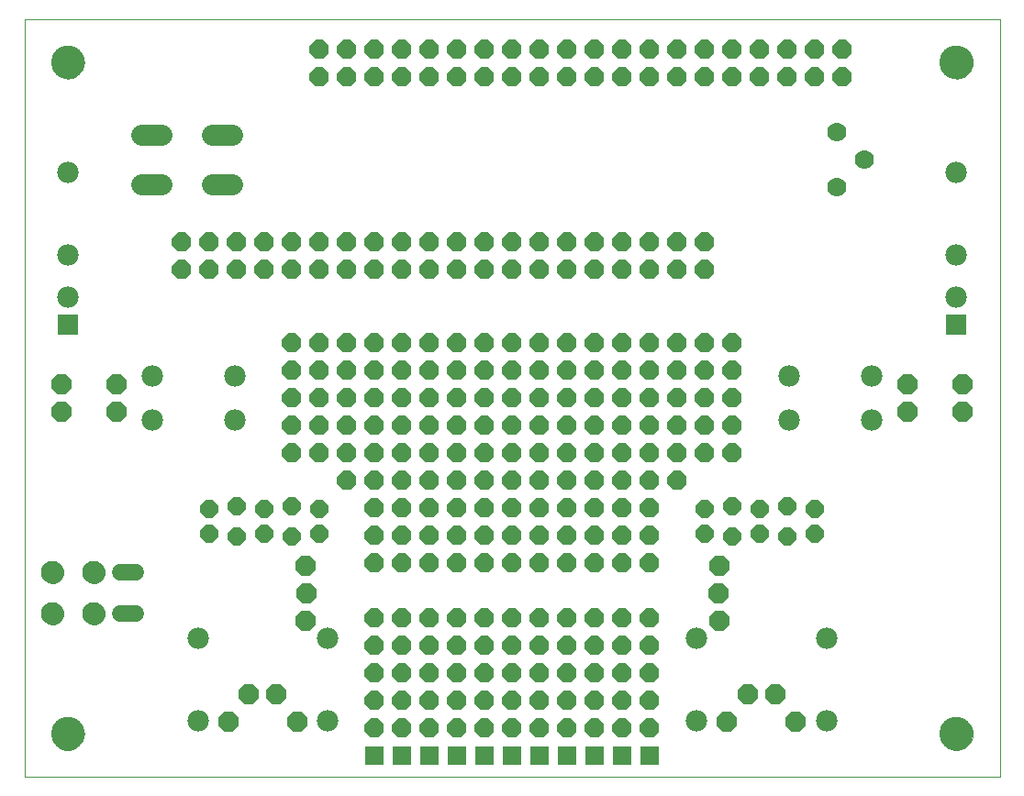
<source format=gts>
G04 This is an RS-274x file exported by *
G04 gerbv version 2.6.0 *
G04 More information is available about gerbv at *
G04 http://gerbv.gpleda.org/ *
G04 --End of header info--*
%MOIN*%
%FSLAX34Y34*%
%IPPOS*%
G04 --Define apertures--*
%ADD10C,0.0000*%
%AMMACRO11*
5,1,8,0.000000,0.000000,0.068624,22.500000*
%
%ADD11MACRO11*%
%AMMACRO12*
5,1,8,0.000000,0.000000,0.080097,22.500000*
%
%ADD12MACRO12*%
%ADD13C,0.0780*%
%ADD14R,0.0780X0.0780*%
%AMMACRO15*
5,1,8,0.000000,0.000000,0.075767,22.500000*
%
%ADD15MACRO15*%
%ADD16C,0.0780*%
%ADD17C,0.0700*%
%ADD18C,0.0827*%
%ADD19C,0.0594*%
%ADD20R,0.0700X0.0700*%
%ADD21C,0.1221*%
G04 --Start main section--*
G54D10*
G01X0000269Y0000500D02*
G01X0000269Y0028059D01*
G01X0000269Y0028059D02*
G01X0035702Y0028059D01*
G01X0035702Y0028059D02*
G01X0035702Y0000500D01*
G01X0035702Y0000500D02*
G01X0000269Y0000500D01*
G01X0001253Y0002075D02*
G01X0001255Y0002123D01*
G01X0001255Y0002123D02*
G01X0001261Y0002171D01*
G01X0001261Y0002171D02*
G01X0001271Y0002218D01*
G01X0001271Y0002218D02*
G01X0001284Y0002264D01*
G01X0001284Y0002264D02*
G01X0001302Y0002309D01*
G01X0001302Y0002309D02*
G01X0001322Y0002353D01*
G01X0001322Y0002353D02*
G01X0001347Y0002395D01*
G01X0001347Y0002395D02*
G01X0001375Y0002434D01*
G01X0001375Y0002434D02*
G01X0001405Y0002471D01*
G01X0001405Y0002471D02*
G01X0001439Y0002505D01*
G01X0001439Y0002505D02*
G01X0001476Y0002537D01*
G01X0001476Y0002537D02*
G01X0001514Y0002566D01*
G01X0001514Y0002566D02*
G01X0001555Y0002591D01*
G01X0001555Y0002591D02*
G01X0001598Y0002613D01*
G01X0001598Y0002613D02*
G01X0001643Y0002631D01*
G01X0001643Y0002631D02*
G01X0001689Y0002645D01*
G01X0001689Y0002645D02*
G01X0001736Y0002656D01*
G01X0001736Y0002656D02*
G01X0001784Y0002663D01*
G01X0001784Y0002663D02*
G01X0001832Y0002666D01*
G01X0001832Y0002666D02*
G01X0001880Y0002665D01*
G01X0001880Y0002665D02*
G01X0001928Y0002660D01*
G01X0001928Y0002660D02*
G01X0001976Y0002651D01*
G01X0001976Y0002651D02*
G01X0002022Y0002639D01*
G01X0002022Y0002639D02*
G01X0002067Y0002622D01*
G01X0002067Y0002622D02*
G01X0002111Y0002602D01*
G01X0002111Y0002602D02*
G01X0002153Y0002579D01*
G01X0002153Y0002579D02*
G01X0002193Y0002552D01*
G01X0002193Y0002552D02*
G01X0002231Y0002522D01*
G01X0002231Y0002522D02*
G01X0002266Y0002489D01*
G01X0002266Y0002489D02*
G01X0002298Y0002453D01*
G01X0002298Y0002453D02*
G01X0002328Y0002415D01*
G01X0002328Y0002415D02*
G01X0002354Y0002374D01*
G01X0002354Y0002374D02*
G01X0002376Y0002331D01*
G01X0002376Y0002331D02*
G01X0002396Y0002287D01*
G01X0002396Y0002287D02*
G01X0002411Y0002242D01*
G01X0002411Y0002242D02*
G01X0002423Y0002195D01*
G01X0002423Y0002195D02*
G01X0002431Y0002147D01*
G01X0002431Y0002147D02*
G01X0002435Y0002099D01*
G01X0002435Y0002099D02*
G01X0002435Y0002051D01*
G01X0002435Y0002051D02*
G01X0002431Y0002003D01*
G01X0002431Y0002003D02*
G01X0002423Y0001955D01*
G01X0002423Y0001955D02*
G01X0002411Y0001908D01*
G01X0002411Y0001908D02*
G01X0002396Y0001863D01*
G01X0002396Y0001863D02*
G01X0002376Y0001819D01*
G01X0002376Y0001819D02*
G01X0002354Y0001776D01*
G01X0002354Y0001776D02*
G01X0002328Y0001735D01*
G01X0002328Y0001735D02*
G01X0002298Y0001697D01*
G01X0002298Y0001697D02*
G01X0002266Y0001661D01*
G01X0002266Y0001661D02*
G01X0002231Y0001628D01*
G01X0002231Y0001628D02*
G01X0002193Y0001598D01*
G01X0002193Y0001598D02*
G01X0002153Y0001571D01*
G01X0002153Y0001571D02*
G01X0002111Y0001548D01*
G01X0002111Y0001548D02*
G01X0002067Y0001528D01*
G01X0002067Y0001528D02*
G01X0002022Y0001511D01*
G01X0002022Y0001511D02*
G01X0001976Y0001499D01*
G01X0001976Y0001499D02*
G01X0001928Y0001490D01*
G01X0001928Y0001490D02*
G01X0001880Y0001485D01*
G01X0001880Y0001485D02*
G01X0001832Y0001484D01*
G01X0001832Y0001484D02*
G01X0001784Y0001487D01*
G01X0001784Y0001487D02*
G01X0001736Y0001494D01*
G01X0001736Y0001494D02*
G01X0001689Y0001505D01*
G01X0001689Y0001505D02*
G01X0001643Y0001519D01*
G01X0001643Y0001519D02*
G01X0001598Y0001537D01*
G01X0001598Y0001537D02*
G01X0001555Y0001559D01*
G01X0001555Y0001559D02*
G01X0001514Y0001584D01*
G01X0001514Y0001584D02*
G01X0001476Y0001613D01*
G01X0001476Y0001613D02*
G01X0001439Y0001645D01*
G01X0001439Y0001645D02*
G01X0001405Y0001679D01*
G01X0001405Y0001679D02*
G01X0001375Y0001716D01*
G01X0001375Y0001716D02*
G01X0001347Y0001755D01*
G01X0001347Y0001755D02*
G01X0001322Y0001797D01*
G01X0001322Y0001797D02*
G01X0001302Y0001841D01*
G01X0001302Y0001841D02*
G01X0001284Y0001886D01*
G01X0001284Y0001886D02*
G01X0001271Y0001932D01*
G01X0001271Y0001932D02*
G01X0001261Y0001979D01*
G01X0001261Y0001979D02*
G01X0001255Y0002027D01*
G01X0001255Y0002027D02*
G01X0001253Y0002075D01*
G01X0000898Y0006443D02*
G01X0000900Y0006482D01*
G01X0000900Y0006482D02*
G01X0000906Y0006521D01*
G01X0000906Y0006521D02*
G01X0000916Y0006559D01*
G01X0000916Y0006559D02*
G01X0000929Y0006596D01*
G01X0000929Y0006596D02*
G01X0000946Y0006631D01*
G01X0000946Y0006631D02*
G01X0000966Y0006665D01*
G01X0000966Y0006665D02*
G01X0000990Y0006696D01*
G01X0000990Y0006696D02*
G01X0001017Y0006725D01*
G01X0001017Y0006725D02*
G01X0001046Y0006751D01*
G01X0001046Y0006751D02*
G01X0001078Y0006774D01*
G01X0001078Y0006774D02*
G01X0001112Y0006794D01*
G01X0001112Y0006794D02*
G01X0001148Y0006810D01*
G01X0001148Y0006810D02*
G01X0001185Y0006822D01*
G01X0001185Y0006822D02*
G01X0001224Y0006831D01*
G01X0001224Y0006831D02*
G01X0001263Y0006836D01*
G01X0001263Y0006836D02*
G01X0001302Y0006837D01*
G01X0001302Y0006837D02*
G01X0001341Y0006834D01*
G01X0001341Y0006834D02*
G01X0001380Y0006827D01*
G01X0001380Y0006827D02*
G01X0001417Y0006816D01*
G01X0001417Y0006816D02*
G01X0001454Y0006802D01*
G01X0001454Y0006802D02*
G01X0001489Y0006784D01*
G01X0001489Y0006784D02*
G01X0001522Y0006763D01*
G01X0001522Y0006763D02*
G01X0001553Y0006738D01*
G01X0001553Y0006738D02*
G01X0001581Y0006711D01*
G01X0001581Y0006711D02*
G01X0001606Y0006681D01*
G01X0001606Y0006681D02*
G01X0001628Y0006648D01*
G01X0001628Y0006648D02*
G01X0001647Y0006614D01*
G01X0001647Y0006614D02*
G01X0001662Y0006578D01*
G01X0001662Y0006578D02*
G01X0001674Y0006540D01*
G01X0001674Y0006540D02*
G01X0001682Y0006502D01*
G01X0001682Y0006502D02*
G01X0001686Y0006463D01*
G01X0001686Y0006463D02*
G01X0001686Y0006423D01*
G01X0001686Y0006423D02*
G01X0001682Y0006384D01*
G01X0001682Y0006384D02*
G01X0001674Y0006346D01*
G01X0001674Y0006346D02*
G01X0001662Y0006308D01*
G01X0001662Y0006308D02*
G01X0001647Y0006272D01*
G01X0001647Y0006272D02*
G01X0001628Y0006238D01*
G01X0001628Y0006238D02*
G01X0001606Y0006205D01*
G01X0001606Y0006205D02*
G01X0001581Y0006175D01*
G01X0001581Y0006175D02*
G01X0001553Y0006148D01*
G01X0001553Y0006148D02*
G01X0001522Y0006123D01*
G01X0001522Y0006123D02*
G01X0001489Y0006102D01*
G01X0001489Y0006102D02*
G01X0001454Y0006084D01*
G01X0001454Y0006084D02*
G01X0001417Y0006070D01*
G01X0001417Y0006070D02*
G01X0001380Y0006059D01*
G01X0001380Y0006059D02*
G01X0001341Y0006052D01*
G01X0001341Y0006052D02*
G01X0001302Y0006049D01*
G01X0001302Y0006049D02*
G01X0001263Y0006050D01*
G01X0001263Y0006050D02*
G01X0001224Y0006055D01*
G01X0001224Y0006055D02*
G01X0001185Y0006064D01*
G01X0001185Y0006064D02*
G01X0001148Y0006076D01*
G01X0001148Y0006076D02*
G01X0001112Y0006092D01*
G01X0001112Y0006092D02*
G01X0001078Y0006112D01*
G01X0001078Y0006112D02*
G01X0001046Y0006135D01*
G01X0001046Y0006135D02*
G01X0001017Y0006161D01*
G01X0001017Y0006161D02*
G01X0000990Y0006190D01*
G01X0000990Y0006190D02*
G01X0000966Y0006221D01*
G01X0000966Y0006221D02*
G01X0000946Y0006255D01*
G01X0000946Y0006255D02*
G01X0000929Y0006290D01*
G01X0000929Y0006290D02*
G01X0000916Y0006327D01*
G01X0000916Y0006327D02*
G01X0000906Y0006365D01*
G01X0000906Y0006365D02*
G01X0000900Y0006404D01*
G01X0000900Y0006404D02*
G01X0000898Y0006443D01*
G01X0002398Y0006443D02*
G01X0002400Y0006482D01*
G01X0002400Y0006482D02*
G01X0002406Y0006521D01*
G01X0002406Y0006521D02*
G01X0002416Y0006559D01*
G01X0002416Y0006559D02*
G01X0002429Y0006596D01*
G01X0002429Y0006596D02*
G01X0002446Y0006631D01*
G01X0002446Y0006631D02*
G01X0002466Y0006665D01*
G01X0002466Y0006665D02*
G01X0002490Y0006696D01*
G01X0002490Y0006696D02*
G01X0002517Y0006725D01*
G01X0002517Y0006725D02*
G01X0002546Y0006751D01*
G01X0002546Y0006751D02*
G01X0002578Y0006774D01*
G01X0002578Y0006774D02*
G01X0002612Y0006794D01*
G01X0002612Y0006794D02*
G01X0002648Y0006810D01*
G01X0002648Y0006810D02*
G01X0002685Y0006822D01*
G01X0002685Y0006822D02*
G01X0002724Y0006831D01*
G01X0002724Y0006831D02*
G01X0002763Y0006836D01*
G01X0002763Y0006836D02*
G01X0002802Y0006837D01*
G01X0002802Y0006837D02*
G01X0002841Y0006834D01*
G01X0002841Y0006834D02*
G01X0002880Y0006827D01*
G01X0002880Y0006827D02*
G01X0002917Y0006816D01*
G01X0002917Y0006816D02*
G01X0002954Y0006802D01*
G01X0002954Y0006802D02*
G01X0002989Y0006784D01*
G01X0002989Y0006784D02*
G01X0003022Y0006763D01*
G01X0003022Y0006763D02*
G01X0003053Y0006738D01*
G01X0003053Y0006738D02*
G01X0003081Y0006711D01*
G01X0003081Y0006711D02*
G01X0003106Y0006681D01*
G01X0003106Y0006681D02*
G01X0003128Y0006648D01*
G01X0003128Y0006648D02*
G01X0003147Y0006614D01*
G01X0003147Y0006614D02*
G01X0003162Y0006578D01*
G01X0003162Y0006578D02*
G01X0003174Y0006540D01*
G01X0003174Y0006540D02*
G01X0003182Y0006502D01*
G01X0003182Y0006502D02*
G01X0003186Y0006463D01*
G01X0003186Y0006463D02*
G01X0003186Y0006423D01*
G01X0003186Y0006423D02*
G01X0003182Y0006384D01*
G01X0003182Y0006384D02*
G01X0003174Y0006346D01*
G01X0003174Y0006346D02*
G01X0003162Y0006308D01*
G01X0003162Y0006308D02*
G01X0003147Y0006272D01*
G01X0003147Y0006272D02*
G01X0003128Y0006238D01*
G01X0003128Y0006238D02*
G01X0003106Y0006205D01*
G01X0003106Y0006205D02*
G01X0003081Y0006175D01*
G01X0003081Y0006175D02*
G01X0003053Y0006148D01*
G01X0003053Y0006148D02*
G01X0003022Y0006123D01*
G01X0003022Y0006123D02*
G01X0002989Y0006102D01*
G01X0002989Y0006102D02*
G01X0002954Y0006084D01*
G01X0002954Y0006084D02*
G01X0002917Y0006070D01*
G01X0002917Y0006070D02*
G01X0002880Y0006059D01*
G01X0002880Y0006059D02*
G01X0002841Y0006052D01*
G01X0002841Y0006052D02*
G01X0002802Y0006049D01*
G01X0002802Y0006049D02*
G01X0002763Y0006050D01*
G01X0002763Y0006050D02*
G01X0002724Y0006055D01*
G01X0002724Y0006055D02*
G01X0002685Y0006064D01*
G01X0002685Y0006064D02*
G01X0002648Y0006076D01*
G01X0002648Y0006076D02*
G01X0002612Y0006092D01*
G01X0002612Y0006092D02*
G01X0002578Y0006112D01*
G01X0002578Y0006112D02*
G01X0002546Y0006135D01*
G01X0002546Y0006135D02*
G01X0002517Y0006161D01*
G01X0002517Y0006161D02*
G01X0002490Y0006190D01*
G01X0002490Y0006190D02*
G01X0002466Y0006221D01*
G01X0002466Y0006221D02*
G01X0002446Y0006255D01*
G01X0002446Y0006255D02*
G01X0002429Y0006290D01*
G01X0002429Y0006290D02*
G01X0002416Y0006327D01*
G01X0002416Y0006327D02*
G01X0002406Y0006365D01*
G01X0002406Y0006365D02*
G01X0002400Y0006404D01*
G01X0002400Y0006404D02*
G01X0002398Y0006443D01*
G01X0002398Y0007943D02*
G01X0002400Y0007982D01*
G01X0002400Y0007982D02*
G01X0002406Y0008021D01*
G01X0002406Y0008021D02*
G01X0002416Y0008059D01*
G01X0002416Y0008059D02*
G01X0002429Y0008096D01*
G01X0002429Y0008096D02*
G01X0002446Y0008131D01*
G01X0002446Y0008131D02*
G01X0002466Y0008165D01*
G01X0002466Y0008165D02*
G01X0002490Y0008196D01*
G01X0002490Y0008196D02*
G01X0002517Y0008225D01*
G01X0002517Y0008225D02*
G01X0002546Y0008251D01*
G01X0002546Y0008251D02*
G01X0002578Y0008274D01*
G01X0002578Y0008274D02*
G01X0002612Y0008294D01*
G01X0002612Y0008294D02*
G01X0002648Y0008310D01*
G01X0002648Y0008310D02*
G01X0002685Y0008322D01*
G01X0002685Y0008322D02*
G01X0002724Y0008331D01*
G01X0002724Y0008331D02*
G01X0002763Y0008336D01*
G01X0002763Y0008336D02*
G01X0002802Y0008337D01*
G01X0002802Y0008337D02*
G01X0002841Y0008334D01*
G01X0002841Y0008334D02*
G01X0002880Y0008327D01*
G01X0002880Y0008327D02*
G01X0002917Y0008316D01*
G01X0002917Y0008316D02*
G01X0002954Y0008302D01*
G01X0002954Y0008302D02*
G01X0002989Y0008284D01*
G01X0002989Y0008284D02*
G01X0003022Y0008263D01*
G01X0003022Y0008263D02*
G01X0003053Y0008238D01*
G01X0003053Y0008238D02*
G01X0003081Y0008211D01*
G01X0003081Y0008211D02*
G01X0003106Y0008181D01*
G01X0003106Y0008181D02*
G01X0003128Y0008148D01*
G01X0003128Y0008148D02*
G01X0003147Y0008114D01*
G01X0003147Y0008114D02*
G01X0003162Y0008078D01*
G01X0003162Y0008078D02*
G01X0003174Y0008040D01*
G01X0003174Y0008040D02*
G01X0003182Y0008002D01*
G01X0003182Y0008002D02*
G01X0003186Y0007963D01*
G01X0003186Y0007963D02*
G01X0003186Y0007923D01*
G01X0003186Y0007923D02*
G01X0003182Y0007884D01*
G01X0003182Y0007884D02*
G01X0003174Y0007846D01*
G01X0003174Y0007846D02*
G01X0003162Y0007808D01*
G01X0003162Y0007808D02*
G01X0003147Y0007772D01*
G01X0003147Y0007772D02*
G01X0003128Y0007738D01*
G01X0003128Y0007738D02*
G01X0003106Y0007705D01*
G01X0003106Y0007705D02*
G01X0003081Y0007675D01*
G01X0003081Y0007675D02*
G01X0003053Y0007648D01*
G01X0003053Y0007648D02*
G01X0003022Y0007623D01*
G01X0003022Y0007623D02*
G01X0002989Y0007602D01*
G01X0002989Y0007602D02*
G01X0002954Y0007584D01*
G01X0002954Y0007584D02*
G01X0002917Y0007570D01*
G01X0002917Y0007570D02*
G01X0002880Y0007559D01*
G01X0002880Y0007559D02*
G01X0002841Y0007552D01*
G01X0002841Y0007552D02*
G01X0002802Y0007549D01*
G01X0002802Y0007549D02*
G01X0002763Y0007550D01*
G01X0002763Y0007550D02*
G01X0002724Y0007555D01*
G01X0002724Y0007555D02*
G01X0002685Y0007564D01*
G01X0002685Y0007564D02*
G01X0002648Y0007576D01*
G01X0002648Y0007576D02*
G01X0002612Y0007592D01*
G01X0002612Y0007592D02*
G01X0002578Y0007612D01*
G01X0002578Y0007612D02*
G01X0002546Y0007635D01*
G01X0002546Y0007635D02*
G01X0002517Y0007661D01*
G01X0002517Y0007661D02*
G01X0002490Y0007690D01*
G01X0002490Y0007690D02*
G01X0002466Y0007721D01*
G01X0002466Y0007721D02*
G01X0002446Y0007755D01*
G01X0002446Y0007755D02*
G01X0002429Y0007790D01*
G01X0002429Y0007790D02*
G01X0002416Y0007827D01*
G01X0002416Y0007827D02*
G01X0002406Y0007865D01*
G01X0002406Y0007865D02*
G01X0002400Y0007904D01*
G01X0002400Y0007904D02*
G01X0002398Y0007943D01*
G01X0000898Y0007943D02*
G01X0000900Y0007982D01*
G01X0000900Y0007982D02*
G01X0000906Y0008021D01*
G01X0000906Y0008021D02*
G01X0000916Y0008059D01*
G01X0000916Y0008059D02*
G01X0000929Y0008096D01*
G01X0000929Y0008096D02*
G01X0000946Y0008131D01*
G01X0000946Y0008131D02*
G01X0000966Y0008165D01*
G01X0000966Y0008165D02*
G01X0000990Y0008196D01*
G01X0000990Y0008196D02*
G01X0001017Y0008225D01*
G01X0001017Y0008225D02*
G01X0001046Y0008251D01*
G01X0001046Y0008251D02*
G01X0001078Y0008274D01*
G01X0001078Y0008274D02*
G01X0001112Y0008294D01*
G01X0001112Y0008294D02*
G01X0001148Y0008310D01*
G01X0001148Y0008310D02*
G01X0001185Y0008322D01*
G01X0001185Y0008322D02*
G01X0001224Y0008331D01*
G01X0001224Y0008331D02*
G01X0001263Y0008336D01*
G01X0001263Y0008336D02*
G01X0001302Y0008337D01*
G01X0001302Y0008337D02*
G01X0001341Y0008334D01*
G01X0001341Y0008334D02*
G01X0001380Y0008327D01*
G01X0001380Y0008327D02*
G01X0001417Y0008316D01*
G01X0001417Y0008316D02*
G01X0001454Y0008302D01*
G01X0001454Y0008302D02*
G01X0001489Y0008284D01*
G01X0001489Y0008284D02*
G01X0001522Y0008263D01*
G01X0001522Y0008263D02*
G01X0001553Y0008238D01*
G01X0001553Y0008238D02*
G01X0001581Y0008211D01*
G01X0001581Y0008211D02*
G01X0001606Y0008181D01*
G01X0001606Y0008181D02*
G01X0001628Y0008148D01*
G01X0001628Y0008148D02*
G01X0001647Y0008114D01*
G01X0001647Y0008114D02*
G01X0001662Y0008078D01*
G01X0001662Y0008078D02*
G01X0001674Y0008040D01*
G01X0001674Y0008040D02*
G01X0001682Y0008002D01*
G01X0001682Y0008002D02*
G01X0001686Y0007963D01*
G01X0001686Y0007963D02*
G01X0001686Y0007923D01*
G01X0001686Y0007923D02*
G01X0001682Y0007884D01*
G01X0001682Y0007884D02*
G01X0001674Y0007846D01*
G01X0001674Y0007846D02*
G01X0001662Y0007808D01*
G01X0001662Y0007808D02*
G01X0001647Y0007772D01*
G01X0001647Y0007772D02*
G01X0001628Y0007738D01*
G01X0001628Y0007738D02*
G01X0001606Y0007705D01*
G01X0001606Y0007705D02*
G01X0001581Y0007675D01*
G01X0001581Y0007675D02*
G01X0001553Y0007648D01*
G01X0001553Y0007648D02*
G01X0001522Y0007623D01*
G01X0001522Y0007623D02*
G01X0001489Y0007602D01*
G01X0001489Y0007602D02*
G01X0001454Y0007584D01*
G01X0001454Y0007584D02*
G01X0001417Y0007570D01*
G01X0001417Y0007570D02*
G01X0001380Y0007559D01*
G01X0001380Y0007559D02*
G01X0001341Y0007552D01*
G01X0001341Y0007552D02*
G01X0001302Y0007549D01*
G01X0001302Y0007549D02*
G01X0001263Y0007550D01*
G01X0001263Y0007550D02*
G01X0001224Y0007555D01*
G01X0001224Y0007555D02*
G01X0001185Y0007564D01*
G01X0001185Y0007564D02*
G01X0001148Y0007576D01*
G01X0001148Y0007576D02*
G01X0001112Y0007592D01*
G01X0001112Y0007592D02*
G01X0001078Y0007612D01*
G01X0001078Y0007612D02*
G01X0001046Y0007635D01*
G01X0001046Y0007635D02*
G01X0001017Y0007661D01*
G01X0001017Y0007661D02*
G01X0000990Y0007690D01*
G01X0000990Y0007690D02*
G01X0000966Y0007721D01*
G01X0000966Y0007721D02*
G01X0000946Y0007755D01*
G01X0000946Y0007755D02*
G01X0000929Y0007790D01*
G01X0000929Y0007790D02*
G01X0000916Y0007827D01*
G01X0000916Y0007827D02*
G01X0000906Y0007865D01*
G01X0000906Y0007865D02*
G01X0000900Y0007904D01*
G01X0000900Y0007904D02*
G01X0000898Y0007943D01*
G01X0001253Y0026484D02*
G01X0001255Y0026532D01*
G01X0001255Y0026532D02*
G01X0001261Y0026580D01*
G01X0001261Y0026580D02*
G01X0001271Y0026627D01*
G01X0001271Y0026627D02*
G01X0001284Y0026673D01*
G01X0001284Y0026673D02*
G01X0001302Y0026718D01*
G01X0001302Y0026718D02*
G01X0001322Y0026762D01*
G01X0001322Y0026762D02*
G01X0001347Y0026804D01*
G01X0001347Y0026804D02*
G01X0001375Y0026843D01*
G01X0001375Y0026843D02*
G01X0001405Y0026880D01*
G01X0001405Y0026880D02*
G01X0001439Y0026914D01*
G01X0001439Y0026914D02*
G01X0001476Y0026946D01*
G01X0001476Y0026946D02*
G01X0001514Y0026975D01*
G01X0001514Y0026975D02*
G01X0001555Y0027000D01*
G01X0001555Y0027000D02*
G01X0001598Y0027022D01*
G01X0001598Y0027022D02*
G01X0001643Y0027040D01*
G01X0001643Y0027040D02*
G01X0001689Y0027054D01*
G01X0001689Y0027054D02*
G01X0001736Y0027065D01*
G01X0001736Y0027065D02*
G01X0001784Y0027072D01*
G01X0001784Y0027072D02*
G01X0001832Y0027075D01*
G01X0001832Y0027075D02*
G01X0001880Y0027074D01*
G01X0001880Y0027074D02*
G01X0001928Y0027069D01*
G01X0001928Y0027069D02*
G01X0001976Y0027060D01*
G01X0001976Y0027060D02*
G01X0002022Y0027048D01*
G01X0002022Y0027048D02*
G01X0002067Y0027031D01*
G01X0002067Y0027031D02*
G01X0002111Y0027011D01*
G01X0002111Y0027011D02*
G01X0002153Y0026988D01*
G01X0002153Y0026988D02*
G01X0002193Y0026961D01*
G01X0002193Y0026961D02*
G01X0002231Y0026931D01*
G01X0002231Y0026931D02*
G01X0002266Y0026898D01*
G01X0002266Y0026898D02*
G01X0002298Y0026862D01*
G01X0002298Y0026862D02*
G01X0002328Y0026824D01*
G01X0002328Y0026824D02*
G01X0002354Y0026783D01*
G01X0002354Y0026783D02*
G01X0002376Y0026740D01*
G01X0002376Y0026740D02*
G01X0002396Y0026696D01*
G01X0002396Y0026696D02*
G01X0002411Y0026651D01*
G01X0002411Y0026651D02*
G01X0002423Y0026604D01*
G01X0002423Y0026604D02*
G01X0002431Y0026556D01*
G01X0002431Y0026556D02*
G01X0002435Y0026508D01*
G01X0002435Y0026508D02*
G01X0002435Y0026460D01*
G01X0002435Y0026460D02*
G01X0002431Y0026412D01*
G01X0002431Y0026412D02*
G01X0002423Y0026364D01*
G01X0002423Y0026364D02*
G01X0002411Y0026317D01*
G01X0002411Y0026317D02*
G01X0002396Y0026272D01*
G01X0002396Y0026272D02*
G01X0002376Y0026228D01*
G01X0002376Y0026228D02*
G01X0002354Y0026185D01*
G01X0002354Y0026185D02*
G01X0002328Y0026144D01*
G01X0002328Y0026144D02*
G01X0002298Y0026106D01*
G01X0002298Y0026106D02*
G01X0002266Y0026070D01*
G01X0002266Y0026070D02*
G01X0002231Y0026037D01*
G01X0002231Y0026037D02*
G01X0002193Y0026007D01*
G01X0002193Y0026007D02*
G01X0002153Y0025980D01*
G01X0002153Y0025980D02*
G01X0002111Y0025957D01*
G01X0002111Y0025957D02*
G01X0002067Y0025937D01*
G01X0002067Y0025937D02*
G01X0002022Y0025920D01*
G01X0002022Y0025920D02*
G01X0001976Y0025908D01*
G01X0001976Y0025908D02*
G01X0001928Y0025899D01*
G01X0001928Y0025899D02*
G01X0001880Y0025894D01*
G01X0001880Y0025894D02*
G01X0001832Y0025893D01*
G01X0001832Y0025893D02*
G01X0001784Y0025896D01*
G01X0001784Y0025896D02*
G01X0001736Y0025903D01*
G01X0001736Y0025903D02*
G01X0001689Y0025914D01*
G01X0001689Y0025914D02*
G01X0001643Y0025928D01*
G01X0001643Y0025928D02*
G01X0001598Y0025946D01*
G01X0001598Y0025946D02*
G01X0001555Y0025968D01*
G01X0001555Y0025968D02*
G01X0001514Y0025993D01*
G01X0001514Y0025993D02*
G01X0001476Y0026022D01*
G01X0001476Y0026022D02*
G01X0001439Y0026054D01*
G01X0001439Y0026054D02*
G01X0001405Y0026088D01*
G01X0001405Y0026088D02*
G01X0001375Y0026125D01*
G01X0001375Y0026125D02*
G01X0001347Y0026164D01*
G01X0001347Y0026164D02*
G01X0001322Y0026206D01*
G01X0001322Y0026206D02*
G01X0001302Y0026250D01*
G01X0001302Y0026250D02*
G01X0001284Y0026295D01*
G01X0001284Y0026295D02*
G01X0001271Y0026341D01*
G01X0001271Y0026341D02*
G01X0001261Y0026388D01*
G01X0001261Y0026388D02*
G01X0001255Y0026436D01*
G01X0001255Y0026436D02*
G01X0001253Y0026484D01*
G01X0033536Y0026484D02*
G01X0033538Y0026532D01*
G01X0033538Y0026532D02*
G01X0033544Y0026580D01*
G01X0033544Y0026580D02*
G01X0033554Y0026627D01*
G01X0033554Y0026627D02*
G01X0033567Y0026673D01*
G01X0033567Y0026673D02*
G01X0033585Y0026718D01*
G01X0033585Y0026718D02*
G01X0033605Y0026762D01*
G01X0033605Y0026762D02*
G01X0033630Y0026804D01*
G01X0033630Y0026804D02*
G01X0033658Y0026843D01*
G01X0033658Y0026843D02*
G01X0033688Y0026880D01*
G01X0033688Y0026880D02*
G01X0033722Y0026914D01*
G01X0033722Y0026914D02*
G01X0033759Y0026946D01*
G01X0033759Y0026946D02*
G01X0033797Y0026975D01*
G01X0033797Y0026975D02*
G01X0033838Y0027000D01*
G01X0033838Y0027000D02*
G01X0033881Y0027022D01*
G01X0033881Y0027022D02*
G01X0033926Y0027040D01*
G01X0033926Y0027040D02*
G01X0033972Y0027054D01*
G01X0033972Y0027054D02*
G01X0034019Y0027065D01*
G01X0034019Y0027065D02*
G01X0034067Y0027072D01*
G01X0034067Y0027072D02*
G01X0034115Y0027075D01*
G01X0034115Y0027075D02*
G01X0034163Y0027074D01*
G01X0034163Y0027074D02*
G01X0034211Y0027069D01*
G01X0034211Y0027069D02*
G01X0034259Y0027060D01*
G01X0034259Y0027060D02*
G01X0034305Y0027048D01*
G01X0034305Y0027048D02*
G01X0034350Y0027031D01*
G01X0034350Y0027031D02*
G01X0034394Y0027011D01*
G01X0034394Y0027011D02*
G01X0034436Y0026988D01*
G01X0034436Y0026988D02*
G01X0034476Y0026961D01*
G01X0034476Y0026961D02*
G01X0034514Y0026931D01*
G01X0034514Y0026931D02*
G01X0034549Y0026898D01*
G01X0034549Y0026898D02*
G01X0034581Y0026862D01*
G01X0034581Y0026862D02*
G01X0034611Y0026824D01*
G01X0034611Y0026824D02*
G01X0034637Y0026783D01*
G01X0034637Y0026783D02*
G01X0034659Y0026740D01*
G01X0034659Y0026740D02*
G01X0034679Y0026696D01*
G01X0034679Y0026696D02*
G01X0034694Y0026651D01*
G01X0034694Y0026651D02*
G01X0034706Y0026604D01*
G01X0034706Y0026604D02*
G01X0034714Y0026556D01*
G01X0034714Y0026556D02*
G01X0034718Y0026508D01*
G01X0034718Y0026508D02*
G01X0034718Y0026460D01*
G01X0034718Y0026460D02*
G01X0034714Y0026412D01*
G01X0034714Y0026412D02*
G01X0034706Y0026364D01*
G01X0034706Y0026364D02*
G01X0034694Y0026317D01*
G01X0034694Y0026317D02*
G01X0034679Y0026272D01*
G01X0034679Y0026272D02*
G01X0034659Y0026228D01*
G01X0034659Y0026228D02*
G01X0034637Y0026185D01*
G01X0034637Y0026185D02*
G01X0034611Y0026144D01*
G01X0034611Y0026144D02*
G01X0034581Y0026106D01*
G01X0034581Y0026106D02*
G01X0034549Y0026070D01*
G01X0034549Y0026070D02*
G01X0034514Y0026037D01*
G01X0034514Y0026037D02*
G01X0034476Y0026007D01*
G01X0034476Y0026007D02*
G01X0034436Y0025980D01*
G01X0034436Y0025980D02*
G01X0034394Y0025957D01*
G01X0034394Y0025957D02*
G01X0034350Y0025937D01*
G01X0034350Y0025937D02*
G01X0034305Y0025920D01*
G01X0034305Y0025920D02*
G01X0034259Y0025908D01*
G01X0034259Y0025908D02*
G01X0034211Y0025899D01*
G01X0034211Y0025899D02*
G01X0034163Y0025894D01*
G01X0034163Y0025894D02*
G01X0034115Y0025893D01*
G01X0034115Y0025893D02*
G01X0034067Y0025896D01*
G01X0034067Y0025896D02*
G01X0034019Y0025903D01*
G01X0034019Y0025903D02*
G01X0033972Y0025914D01*
G01X0033972Y0025914D02*
G01X0033926Y0025928D01*
G01X0033926Y0025928D02*
G01X0033881Y0025946D01*
G01X0033881Y0025946D02*
G01X0033838Y0025968D01*
G01X0033838Y0025968D02*
G01X0033797Y0025993D01*
G01X0033797Y0025993D02*
G01X0033759Y0026022D01*
G01X0033759Y0026022D02*
G01X0033722Y0026054D01*
G01X0033722Y0026054D02*
G01X0033688Y0026088D01*
G01X0033688Y0026088D02*
G01X0033658Y0026125D01*
G01X0033658Y0026125D02*
G01X0033630Y0026164D01*
G01X0033630Y0026164D02*
G01X0033605Y0026206D01*
G01X0033605Y0026206D02*
G01X0033585Y0026250D01*
G01X0033585Y0026250D02*
G01X0033567Y0026295D01*
G01X0033567Y0026295D02*
G01X0033554Y0026341D01*
G01X0033554Y0026341D02*
G01X0033544Y0026388D01*
G01X0033544Y0026388D02*
G01X0033538Y0026436D01*
G01X0033538Y0026436D02*
G01X0033536Y0026484D01*
G01X0033536Y0002075D02*
G01X0033538Y0002123D01*
G01X0033538Y0002123D02*
G01X0033544Y0002171D01*
G01X0033544Y0002171D02*
G01X0033554Y0002218D01*
G01X0033554Y0002218D02*
G01X0033567Y0002264D01*
G01X0033567Y0002264D02*
G01X0033585Y0002309D01*
G01X0033585Y0002309D02*
G01X0033605Y0002353D01*
G01X0033605Y0002353D02*
G01X0033630Y0002395D01*
G01X0033630Y0002395D02*
G01X0033658Y0002434D01*
G01X0033658Y0002434D02*
G01X0033688Y0002471D01*
G01X0033688Y0002471D02*
G01X0033722Y0002505D01*
G01X0033722Y0002505D02*
G01X0033759Y0002537D01*
G01X0033759Y0002537D02*
G01X0033797Y0002566D01*
G01X0033797Y0002566D02*
G01X0033838Y0002591D01*
G01X0033838Y0002591D02*
G01X0033881Y0002613D01*
G01X0033881Y0002613D02*
G01X0033926Y0002631D01*
G01X0033926Y0002631D02*
G01X0033972Y0002645D01*
G01X0033972Y0002645D02*
G01X0034019Y0002656D01*
G01X0034019Y0002656D02*
G01X0034067Y0002663D01*
G01X0034067Y0002663D02*
G01X0034115Y0002666D01*
G01X0034115Y0002666D02*
G01X0034163Y0002665D01*
G01X0034163Y0002665D02*
G01X0034211Y0002660D01*
G01X0034211Y0002660D02*
G01X0034259Y0002651D01*
G01X0034259Y0002651D02*
G01X0034305Y0002639D01*
G01X0034305Y0002639D02*
G01X0034350Y0002622D01*
G01X0034350Y0002622D02*
G01X0034394Y0002602D01*
G01X0034394Y0002602D02*
G01X0034436Y0002579D01*
G01X0034436Y0002579D02*
G01X0034476Y0002552D01*
G01X0034476Y0002552D02*
G01X0034514Y0002522D01*
G01X0034514Y0002522D02*
G01X0034549Y0002489D01*
G01X0034549Y0002489D02*
G01X0034581Y0002453D01*
G01X0034581Y0002453D02*
G01X0034611Y0002415D01*
G01X0034611Y0002415D02*
G01X0034637Y0002374D01*
G01X0034637Y0002374D02*
G01X0034659Y0002331D01*
G01X0034659Y0002331D02*
G01X0034679Y0002287D01*
G01X0034679Y0002287D02*
G01X0034694Y0002242D01*
G01X0034694Y0002242D02*
G01X0034706Y0002195D01*
G01X0034706Y0002195D02*
G01X0034714Y0002147D01*
G01X0034714Y0002147D02*
G01X0034718Y0002099D01*
G01X0034718Y0002099D02*
G01X0034718Y0002051D01*
G01X0034718Y0002051D02*
G01X0034714Y0002003D01*
G01X0034714Y0002003D02*
G01X0034706Y0001955D01*
G01X0034706Y0001955D02*
G01X0034694Y0001908D01*
G01X0034694Y0001908D02*
G01X0034679Y0001863D01*
G01X0034679Y0001863D02*
G01X0034659Y0001819D01*
G01X0034659Y0001819D02*
G01X0034637Y0001776D01*
G01X0034637Y0001776D02*
G01X0034611Y0001735D01*
G01X0034611Y0001735D02*
G01X0034581Y0001697D01*
G01X0034581Y0001697D02*
G01X0034549Y0001661D01*
G01X0034549Y0001661D02*
G01X0034514Y0001628D01*
G01X0034514Y0001628D02*
G01X0034476Y0001598D01*
G01X0034476Y0001598D02*
G01X0034436Y0001571D01*
G01X0034436Y0001571D02*
G01X0034394Y0001548D01*
G01X0034394Y0001548D02*
G01X0034350Y0001528D01*
G01X0034350Y0001528D02*
G01X0034305Y0001511D01*
G01X0034305Y0001511D02*
G01X0034259Y0001499D01*
G01X0034259Y0001499D02*
G01X0034211Y0001490D01*
G01X0034211Y0001490D02*
G01X0034163Y0001485D01*
G01X0034163Y0001485D02*
G01X0034115Y0001484D01*
G01X0034115Y0001484D02*
G01X0034067Y0001487D01*
G01X0034067Y0001487D02*
G01X0034019Y0001494D01*
G01X0034019Y0001494D02*
G01X0033972Y0001505D01*
G01X0033972Y0001505D02*
G01X0033926Y0001519D01*
G01X0033926Y0001519D02*
G01X0033881Y0001537D01*
G01X0033881Y0001537D02*
G01X0033838Y0001559D01*
G01X0033838Y0001559D02*
G01X0033797Y0001584D01*
G01X0033797Y0001584D02*
G01X0033759Y0001613D01*
G01X0033759Y0001613D02*
G01X0033722Y0001645D01*
G01X0033722Y0001645D02*
G01X0033688Y0001679D01*
G01X0033688Y0001679D02*
G01X0033658Y0001716D01*
G01X0033658Y0001716D02*
G01X0033630Y0001755D01*
G01X0033630Y0001755D02*
G01X0033605Y0001797D01*
G01X0033605Y0001797D02*
G01X0033585Y0001841D01*
G01X0033585Y0001841D02*
G01X0033567Y0001886D01*
G01X0033567Y0001886D02*
G01X0033554Y0001932D01*
G01X0033554Y0001932D02*
G01X0033544Y0001979D01*
G01X0033544Y0001979D02*
G01X0033538Y0002027D01*
G01X0033538Y0002027D02*
G01X0033536Y0002075D01*
G54D11*
G01X0028985Y0009341D03*
G01X0027985Y0009241D03*
G01X0026985Y0009341D03*
G01X0025985Y0009241D03*
G01X0024985Y0009341D03*
G01X0024985Y0010241D03*
G01X0025985Y0010341D03*
G01X0026985Y0010241D03*
G01X0027985Y0010341D03*
G01X0028985Y0010241D03*
G01X0010985Y0010241D03*
G01X0009985Y0010341D03*
G01X0008985Y0010241D03*
G01X0007985Y0010341D03*
G01X0006985Y0010241D03*
G01X0006985Y0009341D03*
G01X0007985Y0009241D03*
G01X0008985Y0009341D03*
G01X0009985Y0009241D03*
G01X0010985Y0009341D03*
G54D12*
G01X0010480Y0008193D03*
G01X0010530Y0007193D03*
G01X0010480Y0006193D03*
G01X0009430Y0003500D03*
G01X0008430Y0003500D03*
G01X0007680Y0002500D03*
G01X0010180Y0002500D03*
G01X0003631Y0013780D03*
G01X0003631Y0014780D03*
G01X0001631Y0014780D03*
G01X0001631Y0013780D03*
G01X0025530Y0008193D03*
G01X0025480Y0007193D03*
G01X0025530Y0006193D03*
G01X0026540Y0003500D03*
G01X0027540Y0003500D03*
G01X0028290Y0002500D03*
G01X0025790Y0002500D03*
G01X0032340Y0013780D03*
G01X0032340Y0014780D03*
G01X0034340Y0014780D03*
G01X0034340Y0013780D03*
G54D13*
G01X0031060Y0013492D03*
G01X0031060Y0015067D03*
G01X0028060Y0015067D03*
G01X0028060Y0013492D03*
G01X0034127Y0017929D03*
G01X0034127Y0019472D03*
G01X0034127Y0022472D03*
G01X0029403Y0005543D03*
G01X0029403Y0002543D03*
G01X0024678Y0002543D03*
G01X0024678Y0005543D03*
G01X0011292Y0005543D03*
G01X0011292Y0002543D03*
G01X0006568Y0002543D03*
G01X0006568Y0005543D03*
G01X0007911Y0013492D03*
G01X0007911Y0015067D03*
G01X0004911Y0015067D03*
G01X0004911Y0013492D03*
G01X0001844Y0017929D03*
G01X0001844Y0019472D03*
G01X0001844Y0022472D03*
G54D14*
G01X0001844Y0016929D03*
G01X0034127Y0016929D03*
G54D15*
G01X0025985Y0016280D03*
G01X0024985Y0016280D03*
G01X0023985Y0016280D03*
G01X0022985Y0016280D03*
G01X0021985Y0016280D03*
G01X0020985Y0016280D03*
G01X0019985Y0016280D03*
G01X0018985Y0016280D03*
G01X0017985Y0016280D03*
G01X0016985Y0016280D03*
G01X0015985Y0016280D03*
G01X0014985Y0016280D03*
G01X0013985Y0016280D03*
G01X0012985Y0016280D03*
G01X0011985Y0016280D03*
G01X0010985Y0016280D03*
G01X0009985Y0016280D03*
G01X0009985Y0015280D03*
G01X0010985Y0015280D03*
G01X0011985Y0015280D03*
G01X0012985Y0015280D03*
G01X0013985Y0015280D03*
G01X0014985Y0015280D03*
G01X0015985Y0015280D03*
G01X0016985Y0015280D03*
G01X0017985Y0015280D03*
G01X0018985Y0015280D03*
G01X0019985Y0015280D03*
G01X0020985Y0015280D03*
G01X0021985Y0015280D03*
G01X0022985Y0015280D03*
G01X0023985Y0015280D03*
G01X0024985Y0015280D03*
G01X0025985Y0015280D03*
G01X0025985Y0014280D03*
G01X0024985Y0014280D03*
G01X0023985Y0014280D03*
G01X0022985Y0014280D03*
G01X0021985Y0014280D03*
G01X0020985Y0014280D03*
G01X0019985Y0014280D03*
G01X0018985Y0014280D03*
G01X0017985Y0014280D03*
G01X0016985Y0014280D03*
G01X0015985Y0014280D03*
G01X0014985Y0014280D03*
G01X0013985Y0014280D03*
G01X0012985Y0014280D03*
G01X0011985Y0014280D03*
G01X0010985Y0014280D03*
G01X0009985Y0014280D03*
G01X0009985Y0013280D03*
G01X0010985Y0013280D03*
G01X0011985Y0013280D03*
G01X0012985Y0013280D03*
G01X0013985Y0013280D03*
G01X0014985Y0013280D03*
G01X0015985Y0013280D03*
G01X0016985Y0013280D03*
G01X0017985Y0013280D03*
G01X0018985Y0013280D03*
G01X0019985Y0013280D03*
G01X0020985Y0013280D03*
G01X0021985Y0013280D03*
G01X0022985Y0013280D03*
G01X0023985Y0013280D03*
G01X0024985Y0013280D03*
G01X0025985Y0013280D03*
G01X0025985Y0012280D03*
G01X0024985Y0012280D03*
G01X0023985Y0012280D03*
G01X0022985Y0012280D03*
G01X0021985Y0012280D03*
G01X0020985Y0012280D03*
G01X0019985Y0012280D03*
G01X0018985Y0012280D03*
G01X0017985Y0012280D03*
G01X0016985Y0012280D03*
G01X0015985Y0012280D03*
G01X0014985Y0012280D03*
G01X0013985Y0012280D03*
G01X0012985Y0012280D03*
G01X0011985Y0012280D03*
G01X0010985Y0012280D03*
G01X0009985Y0012280D03*
G01X0011985Y0011280D03*
G01X0012985Y0011280D03*
G01X0013985Y0011280D03*
G01X0014985Y0011280D03*
G01X0015985Y0011280D03*
G01X0016985Y0011280D03*
G01X0017985Y0011280D03*
G01X0018985Y0011280D03*
G01X0019985Y0011280D03*
G01X0020985Y0011280D03*
G01X0021985Y0011280D03*
G01X0022985Y0011280D03*
G01X0023985Y0011280D03*
G01X0022985Y0010280D03*
G01X0021985Y0010280D03*
G01X0020985Y0010280D03*
G01X0019985Y0010280D03*
G01X0018985Y0010280D03*
G01X0017985Y0010280D03*
G01X0016985Y0010280D03*
G01X0015985Y0010280D03*
G01X0014985Y0010280D03*
G01X0013985Y0010280D03*
G01X0012985Y0010280D03*
G01X0012985Y0009280D03*
G01X0013985Y0009280D03*
G01X0014985Y0009280D03*
G01X0015985Y0009280D03*
G01X0016985Y0009280D03*
G01X0017985Y0009280D03*
G01X0018985Y0009280D03*
G01X0019985Y0009280D03*
G01X0020985Y0009280D03*
G01X0021985Y0009280D03*
G01X0022985Y0009280D03*
G01X0022985Y0008280D03*
G01X0021985Y0008280D03*
G01X0020985Y0008280D03*
G01X0019985Y0008280D03*
G01X0018985Y0008280D03*
G01X0017985Y0008280D03*
G01X0016985Y0008280D03*
G01X0015985Y0008280D03*
G01X0014985Y0008280D03*
G01X0013985Y0008280D03*
G01X0012985Y0008280D03*
G01X0012985Y0006280D03*
G01X0013985Y0006280D03*
G01X0014985Y0006280D03*
G01X0015985Y0006280D03*
G01X0016985Y0006280D03*
G01X0017985Y0006280D03*
G01X0018985Y0006280D03*
G01X0019985Y0006280D03*
G01X0020985Y0006280D03*
G01X0021985Y0006280D03*
G01X0022985Y0006280D03*
G01X0022985Y0005280D03*
G01X0021985Y0005280D03*
G01X0020985Y0005280D03*
G01X0019985Y0005280D03*
G01X0018985Y0005280D03*
G01X0017985Y0005280D03*
G01X0016985Y0005280D03*
G01X0015985Y0005280D03*
G01X0014985Y0005280D03*
G01X0013985Y0005280D03*
G01X0012985Y0005280D03*
G01X0012985Y0004280D03*
G01X0013985Y0004280D03*
G01X0014985Y0004280D03*
G01X0015985Y0004280D03*
G01X0016985Y0004280D03*
G01X0017985Y0004280D03*
G01X0018985Y0004280D03*
G01X0019985Y0004280D03*
G01X0020985Y0004280D03*
G01X0021985Y0004280D03*
G01X0022985Y0004280D03*
G01X0022985Y0003280D03*
G01X0021985Y0003280D03*
G01X0020985Y0003280D03*
G01X0019985Y0003280D03*
G01X0018985Y0003280D03*
G01X0017985Y0003280D03*
G01X0016985Y0003280D03*
G01X0015985Y0003280D03*
G01X0014985Y0003280D03*
G01X0013985Y0003280D03*
G01X0012985Y0003280D03*
G01X0012985Y0002280D03*
G01X0013985Y0002280D03*
G01X0014985Y0002280D03*
G01X0015985Y0002280D03*
G01X0016985Y0002280D03*
G01X0017985Y0002280D03*
G01X0018985Y0002280D03*
G01X0019985Y0002280D03*
G01X0020985Y0002280D03*
G01X0021985Y0002280D03*
G01X0022985Y0002280D03*
G01X0022993Y0018949D03*
G01X0021993Y0018949D03*
G01X0020993Y0018949D03*
G01X0019993Y0018949D03*
G01X0018993Y0018949D03*
G01X0017993Y0018949D03*
G01X0016993Y0018949D03*
G01X0015993Y0018949D03*
G01X0014993Y0018949D03*
G01X0013993Y0018949D03*
G01X0012993Y0018949D03*
G01X0011993Y0018949D03*
G01X0010993Y0018949D03*
G01X0009993Y0018949D03*
G01X0008993Y0018949D03*
G01X0007993Y0018949D03*
G01X0006993Y0018949D03*
G01X0005993Y0018949D03*
G01X0005993Y0019949D03*
G01X0006993Y0019949D03*
G01X0007993Y0019949D03*
G01X0008993Y0019949D03*
G01X0009993Y0019949D03*
G01X0010985Y0019941D03*
G01X0011985Y0019941D03*
G01X0012985Y0019941D03*
G01X0013985Y0019941D03*
G01X0014985Y0019941D03*
G01X0015985Y0019941D03*
G01X0016985Y0019941D03*
G01X0017985Y0019941D03*
G01X0018985Y0019941D03*
G01X0019985Y0019941D03*
G01X0020985Y0019941D03*
G01X0021985Y0019941D03*
G01X0022985Y0019941D03*
G01X0023985Y0019941D03*
G01X0024985Y0019941D03*
G01X0024993Y0018949D03*
G01X0023993Y0018949D03*
G01X0023985Y0025941D03*
G01X0022985Y0025941D03*
G01X0021985Y0025941D03*
G01X0020985Y0025941D03*
G01X0019985Y0025941D03*
G01X0018985Y0025941D03*
G01X0017985Y0025941D03*
G01X0016985Y0025941D03*
G01X0015985Y0025941D03*
G01X0014985Y0025941D03*
G01X0013985Y0025941D03*
G01X0012985Y0025941D03*
G01X0011985Y0025941D03*
G01X0010985Y0025941D03*
G01X0010977Y0026933D03*
G01X0011977Y0026933D03*
G01X0012977Y0026933D03*
G01X0013977Y0026933D03*
G01X0014977Y0026933D03*
G01X0015977Y0026933D03*
G01X0016977Y0026933D03*
G01X0017977Y0026933D03*
G01X0018977Y0026933D03*
G01X0019977Y0026933D03*
G01X0020977Y0026933D03*
G01X0021977Y0026933D03*
G01X0022977Y0026933D03*
G01X0023977Y0026933D03*
G01X0024977Y0026933D03*
G01X0025977Y0026933D03*
G01X0026977Y0026933D03*
G01X0027977Y0026933D03*
G01X0028977Y0026933D03*
G01X0029977Y0026933D03*
G01X0029977Y0025933D03*
G01X0028977Y0025933D03*
G01X0027977Y0025933D03*
G01X0026977Y0025933D03*
G01X0025977Y0025933D03*
G01X0024985Y0025941D03*
G54D16*
G01X0007824Y0023831D02*
G01X0007084Y0023831D01*
G01X0005264Y0023831D02*
G01X0004524Y0023831D01*
G01X0004524Y0022051D02*
G01X0005264Y0022051D01*
G01X0007084Y0022051D02*
G01X0007824Y0022051D01*
G54D17*
G01X0029796Y0021941D03*
G01X0030796Y0022941D03*
G01X0029796Y0023941D03*
G54D18*
G01X0002792Y0007943D03*
G01X0001292Y0007943D03*
G01X0001292Y0006443D03*
G01X0002792Y0006443D03*
G54D19*
G01X0003765Y0006443D02*
G01X0004320Y0006443D01*
G01X0004320Y0007943D02*
G01X0003765Y0007943D01*
G54D20*
G01X0012985Y0001280D03*
G01X0013985Y0001280D03*
G01X0014985Y0001280D03*
G01X0015985Y0001280D03*
G01X0016985Y0001280D03*
G01X0017985Y0001280D03*
G01X0018985Y0001280D03*
G01X0019985Y0001280D03*
G01X0020985Y0001280D03*
G01X0021985Y0001280D03*
G01X0022985Y0001280D03*
G54D21*
G01X0034127Y0002075D03*
G01X0034127Y0026484D03*
G01X0001844Y0026484D03*
G01X0001844Y0002075D03*
M02*

</source>
